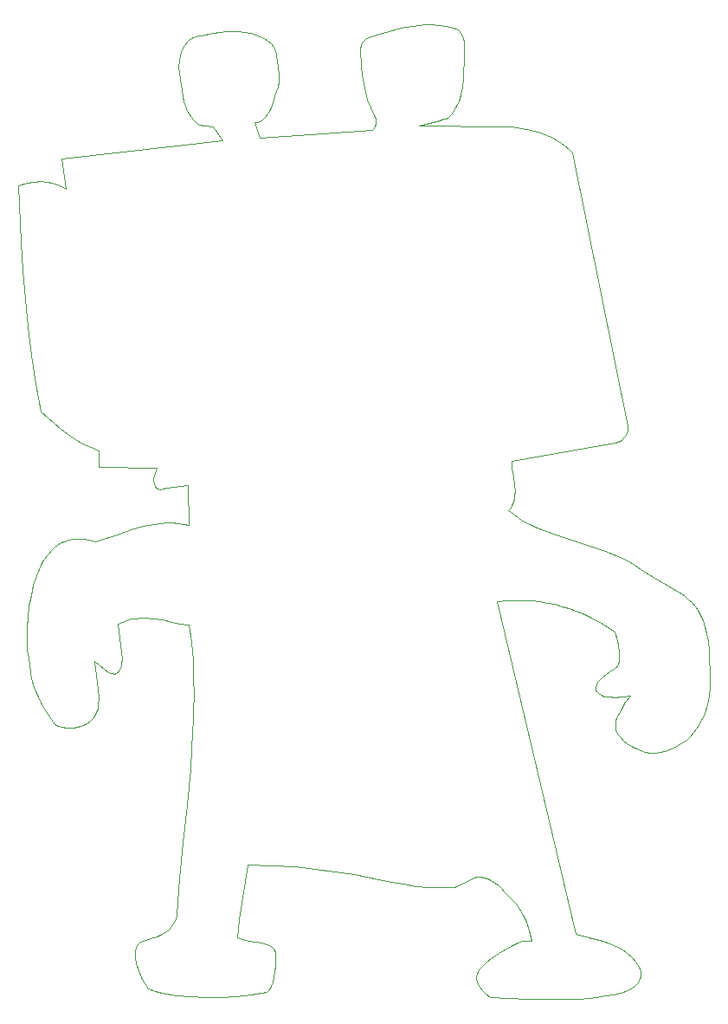
<source format=gbr>
%TF.GenerationSoftware,KiCad,Pcbnew,7.0.8*%
%TF.CreationDate,2024-08-03T05:57:31+02:00*%
%TF.ProjectId,RobiV4,526f6269-5634-42e6-9b69-6361645f7063,rev?*%
%TF.SameCoordinates,Original*%
%TF.FileFunction,Profile,NP*%
%FSLAX46Y46*%
G04 Gerber Fmt 4.6, Leading zero omitted, Abs format (unit mm)*
G04 Created by KiCad (PCBNEW 7.0.8) date 2024-08-03 05:57:31*
%MOMM*%
%LPD*%
G01*
G04 APERTURE LIST*
%TA.AperFunction,Profile*%
%ADD10C,0.100000*%
%TD*%
G04 APERTURE END LIST*
D10*
X130599900Y-132016500D02*
X136357800Y-132769600D01*
X111320210Y-114776300D02*
X111230510Y-114016700D01*
X161356200Y-112931100D02*
X160974100Y-113185300D01*
X146562800Y-57223010D02*
X146794800Y-56546480D01*
X117627100Y-95119500D02*
X117948300Y-95012000D01*
X161900200Y-118052800D02*
X161896200Y-118339900D01*
X164278100Y-142044600D02*
X164176800Y-141818500D01*
X115837200Y-143473200D02*
X116201900Y-143988300D01*
X103961180Y-73781900D02*
X104177750Y-76551200D01*
X138464500Y-59500300D02*
X138402200Y-59673400D01*
X105710190Y-115997000D02*
X106070810Y-116628100D01*
X164176800Y-141818500D02*
X163884300Y-141367000D01*
X121079000Y-50849650D02*
X120827200Y-50914350D01*
X155018900Y-144996400D02*
X156759500Y-144996400D01*
X108849210Y-100039200D02*
X108413930Y-100114600D01*
X121353900Y-50809050D02*
X121079000Y-50849650D01*
X119353300Y-52725640D02*
X119240400Y-53291980D01*
X169184700Y-119287000D02*
X169500500Y-118925500D01*
X104306660Y-65239700D02*
X103466499Y-65460000D01*
X116825200Y-98539100D02*
X115676900Y-98777800D01*
X146129700Y-134025100D02*
X148311000Y-133020900D01*
X137654100Y-57099350D02*
X137950200Y-57881400D01*
X147060200Y-53482420D02*
X147093400Y-51897270D01*
X111404280Y-92961100D02*
X117074700Y-93086900D01*
X164184600Y-143200500D02*
X164295600Y-142965800D01*
X115417900Y-107732200D02*
X115855200Y-107728300D01*
X111911610Y-112738800D02*
X112332670Y-113022000D01*
X149408500Y-133237300D02*
X149751600Y-133397800D01*
X144723100Y-49785400D02*
X143851800Y-49744060D01*
X139958000Y-133516700D02*
X141162900Y-133745700D01*
X119603700Y-129612900D02*
X119260300Y-133211300D01*
X104340270Y-108664700D02*
X104317070Y-109740500D01*
X109328550Y-100013200D02*
X108849210Y-100039200D01*
X156582400Y-61319400D02*
X156200300Y-61058300D01*
X103779899Y-71008800D02*
X103961180Y-73781900D01*
X157309500Y-61928200D02*
X156952700Y-61609300D01*
X153677500Y-139341100D02*
X153459200Y-139285000D01*
X149053700Y-133120300D02*
X149408500Y-133237300D01*
X146304000Y-50164340D02*
X145986300Y-50035650D01*
X162159100Y-110452900D02*
X162241000Y-111013400D01*
X139696600Y-50370260D02*
X138762800Y-50641850D01*
X117948300Y-95012000D02*
X120129200Y-94760800D01*
X170853300Y-116201900D02*
X171026700Y-115334000D01*
X128030300Y-144054800D02*
X128213500Y-143706100D01*
X128769000Y-52818600D02*
X128739800Y-52578810D01*
X150083000Y-133598800D02*
X150404600Y-133841400D01*
X146567100Y-50347820D02*
X146304000Y-50164340D01*
X118888500Y-137145300D02*
X118753400Y-137458400D01*
X120423500Y-110105900D02*
X120560500Y-111822500D01*
X104688750Y-112958100D02*
X104798500Y-113658700D01*
X110500260Y-117790900D02*
X110827560Y-117433300D01*
X168835700Y-119620500D02*
X169184700Y-119287000D01*
X162241000Y-111013400D02*
X162270300Y-111555600D01*
X168457600Y-119922000D02*
X168835700Y-119620500D01*
X161948800Y-117762900D02*
X161900200Y-118052800D01*
X107008370Y-88714100D02*
X107669180Y-89259300D01*
X117074700Y-93086900D02*
X116726100Y-94091000D01*
X148652400Y-143799800D02*
X148901900Y-144110900D01*
X151204000Y-106056000D02*
X152061700Y-106010700D01*
X115855200Y-107728300D02*
X116726600Y-107794800D01*
X149619200Y-144826200D02*
X153241100Y-144954700D01*
X118416000Y-137968700D02*
X118217500Y-138172700D01*
X108177810Y-65795400D02*
X107750720Y-65583600D01*
X156759500Y-144996400D02*
X158451600Y-144933600D01*
X166252900Y-120849100D02*
X166720700Y-120751400D01*
X128229200Y-51620060D02*
X127895600Y-51331080D01*
X164016900Y-143436300D02*
X164184600Y-143200500D01*
X137059700Y-53788020D02*
X137141400Y-54637550D01*
X147093400Y-51897270D02*
X147126600Y-51647950D01*
X117965600Y-98424100D02*
X117396400Y-98463700D01*
X118913600Y-144597300D02*
X120332900Y-144756900D01*
X119457000Y-56186970D02*
X119563800Y-56722280D01*
X127831600Y-139666700D02*
X127281600Y-139510200D01*
X162477100Y-90338800D02*
X162697100Y-90148800D01*
X118472400Y-108106000D02*
X119343700Y-108277200D01*
X148568300Y-142111200D02*
X148429900Y-142328700D01*
X149322700Y-141321500D02*
X148954400Y-141662600D01*
X120129200Y-94760800D02*
X120216800Y-98695600D01*
X152890100Y-106010700D02*
X153695300Y-106052200D01*
X116726100Y-94091000D02*
X116743700Y-94385800D01*
X117016700Y-138842500D02*
X116480800Y-139018300D01*
X170814300Y-109259200D02*
X170644600Y-108580600D01*
X128683400Y-52356620D02*
X128498100Y-51959350D01*
X162699200Y-119704600D02*
X163058000Y-119961700D01*
X155968100Y-106406900D02*
X156683600Y-106595300D01*
X107336150Y-100580500D02*
X107046090Y-100795000D01*
X148954400Y-141662600D02*
X148568300Y-142111200D01*
X106786050Y-101030800D02*
X106341790Y-101539200D01*
X120595100Y-117739700D02*
X120548700Y-118839700D01*
X138482100Y-59328300D02*
X138464500Y-59500300D01*
X160974100Y-113185300D02*
X160646600Y-113448300D01*
X152328600Y-139503400D02*
X151866600Y-139737500D01*
X126587200Y-59265400D02*
X126716100Y-59299300D01*
X117152500Y-95111700D02*
X117363100Y-95150300D01*
X162157300Y-112251600D02*
X162065700Y-112433500D01*
X146406900Y-57540040D02*
X146562800Y-57223010D01*
X165736300Y-103832100D02*
X164642700Y-103114800D01*
X150404600Y-133841400D02*
X150714600Y-134123600D01*
X128563000Y-142304600D02*
X128623500Y-141762300D01*
X161864900Y-90635600D02*
X162201500Y-90502700D01*
X116790100Y-94641000D02*
X116870500Y-94850800D01*
X123186300Y-50491090D02*
X122573700Y-50575070D01*
X127111900Y-59214200D02*
X127375000Y-59032600D01*
X157997300Y-138630800D02*
X150319000Y-106147800D01*
X148901900Y-144110900D02*
X149223500Y-144451200D01*
X150944600Y-140255400D02*
X150494300Y-140467100D01*
X170443900Y-107980400D02*
X170210000Y-107451600D01*
X104784190Y-82071900D02*
X105207200Y-84821900D01*
X111404280Y-91412700D02*
X111404280Y-92961100D01*
X120303900Y-122413000D02*
X119970600Y-126008600D01*
X153443600Y-138300100D02*
X153677500Y-139341100D01*
X162192500Y-119173900D02*
X162410800Y-119441800D01*
X157650600Y-62279100D02*
X157309500Y-61928200D01*
X169038500Y-105905200D02*
X168699300Y-105623000D01*
X152054100Y-95390100D02*
X152024800Y-94654700D01*
X153241100Y-144954700D02*
X155018900Y-144996400D01*
X148311000Y-133020900D02*
X148689200Y-133047800D01*
X120199400Y-51248770D02*
X120028300Y-51404390D01*
X107750720Y-65583600D02*
X107302570Y-65394200D01*
X105047020Y-65120700D02*
X104306660Y-65239700D01*
X128446100Y-140032200D02*
X128275900Y-139888200D01*
X151722000Y-92389200D02*
X161864900Y-90635600D01*
X104446570Y-79315400D02*
X104784190Y-82071900D01*
X162048100Y-109910700D02*
X162159100Y-110452900D01*
X151648500Y-96945300D02*
X151798600Y-96674700D01*
X142377300Y-133931200D02*
X143607300Y-134053100D01*
X161301700Y-115456700D02*
X161863000Y-115478900D01*
X148689200Y-133047800D02*
X149053700Y-133120300D01*
X122573700Y-50575070D02*
X121353900Y-50809050D01*
X119343700Y-108277200D02*
X120217000Y-108407700D01*
X107041970Y-118118500D02*
X107417800Y-118264400D01*
X106821090Y-65240600D02*
X106293210Y-65134200D01*
X107046090Y-100795000D02*
X106786050Y-101030800D01*
X156200300Y-61058300D02*
X155802700Y-60824500D01*
X126847000Y-59300200D02*
X127111900Y-59214200D01*
X105018190Y-114460900D02*
X105191480Y-114921100D01*
X164833800Y-120829800D02*
X165305500Y-120890600D01*
X110967740Y-111924100D02*
X111453130Y-112360800D01*
X147113000Y-51378210D02*
X147052600Y-51100840D01*
X125057400Y-137165300D02*
X125974100Y-131848400D01*
X163788900Y-143674100D02*
X164016900Y-143436300D01*
X115096900Y-139717200D02*
X114999200Y-139944300D01*
X138762800Y-50641850D02*
X137755500Y-50977210D01*
X161785000Y-112692300D02*
X161356200Y-112931100D01*
X111055260Y-100286600D02*
X110429720Y-100130100D01*
X145291900Y-58925000D02*
X145477100Y-58852700D01*
X127281600Y-139510200D02*
X126047600Y-139277400D01*
X145986300Y-50035650D02*
X145777700Y-49975800D01*
X124927400Y-138965200D02*
X125057400Y-137165300D01*
X138285400Y-59846300D02*
X138106200Y-60018300D01*
X118217500Y-138172700D02*
X118002900Y-138347600D01*
X163143600Y-144156400D02*
X163500300Y-143913800D01*
X117599800Y-107933100D02*
X118472400Y-108106000D01*
X161295700Y-139526700D02*
X160654300Y-139309200D01*
X119096700Y-98464600D02*
X118532600Y-98422100D01*
X114110600Y-107955500D02*
X114544600Y-107841400D01*
X145106800Y-58974400D02*
X145291900Y-58925000D01*
X125451100Y-139144900D02*
X124927400Y-138965200D01*
X151911700Y-96382900D02*
X151989700Y-96069600D01*
X137014300Y-51783340D02*
X136970000Y-52065580D01*
X137376900Y-51217920D02*
X137243000Y-51352220D01*
X109829300Y-118231800D02*
X110166730Y-118047200D01*
X154475000Y-106133400D02*
X155233200Y-106252200D01*
X160486800Y-115273000D02*
X160843600Y-115386200D01*
X143851800Y-49744060D02*
X143850100Y-49744060D01*
X152034600Y-95738200D02*
X152054100Y-95390100D01*
X138402200Y-59673400D02*
X138285400Y-59846300D01*
X104317070Y-109740500D02*
X104338270Y-110835600D01*
X155802700Y-60824500D02*
X155393300Y-60617600D01*
X105705870Y-65089900D02*
X105047020Y-65120700D01*
X145777700Y-49975800D02*
X145360500Y-49878170D01*
X110166730Y-118047200D02*
X110500260Y-117790900D01*
X114525400Y-99105500D02*
X113369100Y-99488300D01*
X152788600Y-139335400D02*
X152328600Y-139503400D01*
X110827560Y-117433300D02*
X111142760Y-116947200D01*
X149751600Y-133397800D02*
X150083000Y-133598800D01*
X153459200Y-139285000D02*
X153239000Y-139268500D01*
X146794800Y-56546480D02*
X146939100Y-55821530D01*
X145477100Y-58852700D02*
X145664200Y-58731000D01*
X120216800Y-98695600D02*
X119657800Y-98554500D01*
X144921500Y-59023600D02*
X145106800Y-58974400D01*
X128926200Y-53821880D02*
X128769000Y-52818600D01*
X124769400Y-144717900D02*
X126283400Y-144553700D01*
X126238500Y-50557870D02*
X125628200Y-50466970D01*
X137141200Y-51493440D02*
X137014300Y-51783340D01*
X151798600Y-96674700D02*
X151911700Y-96382900D01*
X161913600Y-139785700D02*
X161295700Y-139526700D01*
X169950700Y-106987800D02*
X169666100Y-106579800D01*
X114923500Y-140806400D02*
X115026300Y-141477200D01*
X170241200Y-117819900D02*
X170430300Y-117434200D01*
X164367800Y-120708900D02*
X164833800Y-120829800D01*
X151453700Y-97190000D02*
X151648500Y-96945300D01*
X156317200Y-99713500D02*
X154876700Y-99183800D01*
X115418100Y-139383700D02*
X115234800Y-139528700D01*
X105983310Y-102060300D02*
X105689160Y-102547400D01*
X118532600Y-98422100D02*
X117965600Y-98424100D01*
X121786500Y-144825300D02*
X123268500Y-144810700D01*
X160223700Y-115121400D02*
X160486800Y-115273000D01*
X121308600Y-59559100D02*
X121579600Y-59616100D01*
X143607300Y-134053100D02*
X144856900Y-134090800D01*
X145490400Y-134072400D02*
X146129700Y-134025100D01*
X113431700Y-112747600D02*
X113531500Y-112487600D01*
X115943000Y-139188500D02*
X115418100Y-139383700D01*
X146219800Y-57841500D02*
X146406900Y-57540040D01*
X120439900Y-120621900D02*
X120303900Y-122413000D01*
X126716100Y-59299300D02*
X126847000Y-59300200D01*
X119519500Y-52218190D02*
X119353300Y-52725640D01*
X118753400Y-137458400D02*
X118595300Y-137731900D01*
X151866600Y-139737500D02*
X150944600Y-140255400D01*
X163319200Y-115357000D02*
X162880600Y-115967000D01*
X108353200Y-89776300D02*
X109062370Y-90256800D01*
X153555000Y-98601900D02*
X152954600Y-98283900D01*
X148471100Y-143514800D02*
X148652400Y-143799800D01*
X105207200Y-84821900D02*
X105730980Y-87561000D01*
X163057800Y-140472900D02*
X162504200Y-140097900D01*
X111230510Y-114016700D02*
X110967740Y-111924100D01*
X113318800Y-112942900D02*
X113431700Y-112747600D01*
X114938700Y-140205300D02*
X114915500Y-140495200D01*
X153168800Y-137449600D02*
X153443600Y-138300100D01*
X155393300Y-60617600D02*
X154541400Y-60274400D01*
X162334700Y-101794500D02*
X160884500Y-101233000D01*
X163915600Y-120526200D02*
X164367800Y-120708900D01*
X171141800Y-112685600D02*
X171085300Y-111840900D01*
X114915500Y-140495200D02*
X114923500Y-140806400D01*
X112332670Y-113022000D02*
X112527010Y-113116800D01*
X128981600Y-54628950D02*
X128926200Y-53821880D01*
X163884300Y-141367000D02*
X163500300Y-140918400D01*
X104527550Y-111609700D02*
X104620350Y-112296000D01*
X126047600Y-139277400D02*
X125451100Y-139144900D01*
X106341790Y-101539200D02*
X105983310Y-102060300D01*
X137243000Y-51352220D02*
X137141200Y-51493440D01*
X163477100Y-120277800D02*
X163915600Y-120526200D01*
X120636100Y-113556600D02*
X120653700Y-115305000D01*
X163120000Y-89231100D02*
X163136600Y-88987900D01*
X138759400Y-133264500D02*
X139958000Y-133516700D01*
X159367800Y-107636500D02*
X160623100Y-108300400D01*
X151016700Y-134443700D02*
X151784700Y-135274000D01*
X166898000Y-104473800D02*
X166303600Y-104167400D01*
X116201900Y-143988300D02*
X116860800Y-144178700D01*
X125974100Y-131848400D02*
X130599900Y-132016500D01*
X151989700Y-96069600D02*
X152034600Y-95738200D01*
X150755800Y-59683900D02*
X142730500Y-59599700D01*
X119694800Y-57235510D02*
X119852900Y-57721810D01*
X113369100Y-99488300D02*
X111055260Y-100286600D01*
X142730500Y-59599700D02*
X144736300Y-59097100D01*
X114981900Y-107768800D02*
X115417900Y-107732200D01*
X128069300Y-139767400D02*
X127831600Y-139666700D01*
X148289600Y-142771400D02*
X148293600Y-143004300D01*
X152519600Y-136185400D02*
X152858800Y-136755600D01*
X159956600Y-114494000D02*
X159962600Y-114726900D01*
X117529700Y-138628900D02*
X117016700Y-138842500D01*
X159328700Y-138953600D02*
X157997300Y-138630800D01*
X111357410Y-115522500D02*
X111320210Y-114776300D01*
X127806500Y-144322700D02*
X128030300Y-144054800D01*
X113673300Y-108114800D02*
X114110600Y-107955500D01*
X169666100Y-106579800D02*
X169360100Y-106222200D01*
X166720700Y-120751400D02*
X167180800Y-120606400D01*
X120028300Y-51404390D02*
X119741200Y-51774540D01*
X156952700Y-61609300D02*
X156582400Y-61319400D01*
X137260300Y-55474550D02*
X137428500Y-56296210D01*
X116480800Y-139018300D02*
X115943000Y-139188500D01*
X115676900Y-98777800D02*
X114525400Y-99105500D01*
X119657800Y-98554500D02*
X119096700Y-98464600D01*
X119240400Y-53291980D02*
X119172000Y-53906780D01*
X121060700Y-59436400D02*
X121308600Y-59559100D01*
X152061700Y-106010700D02*
X152890100Y-106010700D01*
X109854470Y-100041000D02*
X109328550Y-100013200D01*
X103464499Y-65460000D02*
X103779899Y-71008800D01*
X136357800Y-132769600D02*
X138759400Y-133264500D01*
X158057800Y-107062200D02*
X158720600Y-107336800D01*
X162219600Y-112042000D02*
X162157300Y-112251600D01*
X113531500Y-112487600D02*
X113611000Y-112158000D01*
X163500300Y-143913800D02*
X163788900Y-143674100D01*
X128654700Y-140404300D02*
X128574000Y-140203200D01*
X163136600Y-88987900D02*
X157650600Y-62279100D01*
X120388900Y-51115420D02*
X120199400Y-51248770D01*
X117533600Y-144344000D02*
X118913600Y-144597300D01*
X116870500Y-94850800D02*
X116991400Y-95010200D01*
X104798500Y-113658700D02*
X105018190Y-114460900D01*
X162155500Y-117173200D02*
X162034700Y-117470000D01*
X111142760Y-116947200D02*
X111244510Y-116602100D01*
X147126600Y-51647950D02*
X147113000Y-51378210D01*
X148336300Y-142547100D02*
X148289600Y-142771400D01*
X144856900Y-134090800D02*
X145490400Y-134072400D01*
X164346300Y-142273700D02*
X164278100Y-142044600D01*
X146779700Y-50573020D02*
X146567100Y-50347820D01*
X163535500Y-102407200D02*
X162950700Y-102084400D01*
X104177750Y-76551200D02*
X104446570Y-79315400D01*
X108548990Y-118463600D02*
X108907470Y-118456000D01*
X145849400Y-58538500D02*
X146034600Y-58249500D01*
X113237100Y-108323700D02*
X113673300Y-108114800D01*
X127860500Y-58485500D02*
X128060900Y-58171300D01*
X104975910Y-104530700D02*
X104726000Y-105541700D01*
X120548700Y-118839700D02*
X120439900Y-120621900D01*
X107659540Y-100391000D02*
X107336150Y-100580500D01*
X170430300Y-117434200D02*
X170595900Y-117035100D01*
X162065700Y-112433500D02*
X161943000Y-112582100D01*
X107302570Y-65394200D02*
X106821090Y-65240600D01*
X108413930Y-100114600D02*
X108018010Y-100234400D01*
X162504200Y-140097900D02*
X161913600Y-139785700D01*
X128361600Y-143289500D02*
X128476500Y-142817800D01*
X162989900Y-89711000D02*
X163072800Y-89473900D01*
X158720600Y-107336800D02*
X159367800Y-107636500D01*
X128954400Y-55278350D02*
X128981600Y-54628950D01*
X157379400Y-106813900D02*
X158057800Y-107062200D01*
X150494300Y-140467100D02*
X149698900Y-141014100D01*
X147052600Y-51100840D02*
X146941500Y-50828330D01*
X121579600Y-59616100D02*
X121875700Y-59599700D01*
X128595800Y-56690490D02*
X128739900Y-56268150D01*
X153239000Y-139268500D02*
X153014700Y-139286900D01*
X113611000Y-112158000D02*
X113673300Y-111756900D01*
X128865800Y-55811030D02*
X128954400Y-55278350D01*
X159962600Y-114726900D02*
X160050200Y-114937700D01*
X154876700Y-99183800D02*
X154198300Y-98900700D01*
X105689160Y-102547400D02*
X105295210Y-103533200D01*
X168350400Y-105368800D02*
X167629100Y-104910700D01*
X116726600Y-107794800D02*
X117599800Y-107933100D01*
X120560500Y-111822500D02*
X120636100Y-113556600D01*
X151796700Y-93083900D02*
X151722000Y-92389200D01*
X138106200Y-60018300D02*
X127112200Y-60855400D01*
X111311010Y-116249300D02*
X111357410Y-115522500D01*
X162697100Y-90148800D02*
X162866300Y-89937700D01*
X114544600Y-107841400D02*
X114981900Y-107768800D01*
X171157400Y-113560400D02*
X171141800Y-112685600D01*
X137141400Y-54637550D02*
X137260300Y-55474550D01*
X171038400Y-110881900D02*
X170944900Y-110023600D01*
X119563800Y-56722280D02*
X119694800Y-57235510D01*
X160884500Y-101233000D02*
X159366000Y-100714900D01*
X115026300Y-141477200D02*
X115226900Y-142174200D01*
X109803700Y-90693500D02*
X110583420Y-91081200D01*
X161835500Y-109035800D02*
X162048100Y-109910700D01*
X105295210Y-103533200D02*
X104975910Y-104530700D01*
X150714600Y-134123600D02*
X151016700Y-134443700D01*
X123268500Y-144810700D02*
X124769400Y-144717900D01*
X123795800Y-50434040D02*
X123186300Y-50491090D01*
X120831000Y-59259500D02*
X121060700Y-59436400D01*
X111244510Y-116602100D02*
X111311010Y-116249300D01*
X128679900Y-140639200D02*
X128654700Y-140404300D01*
X169777300Y-118537900D02*
X170022900Y-118188200D01*
X161656300Y-144534500D02*
X162410700Y-144362400D01*
X160089000Y-144786600D02*
X160880500Y-144674600D01*
X137428500Y-56296210D02*
X137654100Y-57099350D01*
X120618600Y-59035400D02*
X120831000Y-59259500D01*
X120043400Y-58177100D02*
X120418000Y-58774200D01*
X127097800Y-50882570D02*
X126238500Y-50557870D01*
X121875700Y-59599700D02*
X122514000Y-59733500D01*
X148352100Y-143250800D02*
X148471100Y-143514800D01*
X151784700Y-135274000D02*
X152159000Y-135703000D01*
X112883740Y-113190300D02*
X113041800Y-113160100D01*
X146939100Y-55821530D02*
X147017100Y-55062710D01*
X161941000Y-118622200D02*
X162036600Y-118900400D01*
X112712390Y-113174800D02*
X112883740Y-113190300D01*
X169500500Y-118925500D02*
X169777300Y-118537900D01*
X148429900Y-142328700D02*
X148336300Y-142547100D01*
X161896200Y-118339900D02*
X161941000Y-118622200D01*
X137755500Y-50977210D02*
X137547000Y-51091300D01*
X171124200Y-114448600D02*
X171157400Y-113560400D01*
X152954600Y-98283900D02*
X152399100Y-97944700D01*
X120418000Y-58774200D02*
X120618600Y-59035400D01*
X119852900Y-57721810D02*
X120043400Y-58177100D01*
X162034700Y-117470000D02*
X161948800Y-117762900D01*
X146941500Y-50828330D02*
X146779700Y-50573020D01*
X104538680Y-106567200D02*
X104411770Y-107607300D01*
X104411770Y-107607300D02*
X104340270Y-108664700D01*
X153695300Y-106052200D02*
X154475000Y-106133400D01*
X145360500Y-49878170D02*
X144723100Y-49785400D01*
X114999200Y-139944300D02*
X114938700Y-140205300D01*
X120332900Y-144756900D02*
X121786500Y-144825300D01*
X145664200Y-58731000D02*
X145849400Y-58538500D01*
X146034600Y-58249500D02*
X146219800Y-57841500D01*
X167625200Y-120417900D02*
X168052100Y-120188900D01*
X142731200Y-49798110D02*
X142074300Y-49874420D01*
X128739900Y-56268150D02*
X128865800Y-55811030D01*
X154198300Y-98900700D02*
X153555000Y-98601900D01*
X113673300Y-111756900D02*
X113237100Y-108323700D01*
X162201500Y-90502700D02*
X162477100Y-90338800D01*
X152858800Y-136755600D02*
X153168800Y-137449600D01*
X160050200Y-114937700D02*
X160223700Y-115121400D01*
X162270300Y-111555600D02*
X162219600Y-112042000D01*
X160026800Y-114243500D02*
X159956600Y-114494000D01*
X137950200Y-57881400D02*
X138322900Y-58637200D01*
X167629100Y-104910700D02*
X166898000Y-104473800D01*
X118995400Y-136788600D02*
X118888500Y-137145300D01*
X147050200Y-54278830D02*
X147060200Y-53482420D01*
X162410800Y-119441800D02*
X162699200Y-119704600D01*
X162410700Y-144362400D02*
X163143600Y-144156400D01*
X128574000Y-140203200D02*
X128446100Y-140032200D01*
X160646600Y-113448300D02*
X160377600Y-113716000D01*
X170595900Y-117035100D02*
X170853300Y-116201900D01*
X104620350Y-112296000D02*
X104688750Y-112958100D01*
X107669180Y-89259300D02*
X108353200Y-89776300D01*
X108907470Y-118456000D02*
X109242940Y-118413300D01*
X155233200Y-106252200D02*
X155968100Y-106406900D01*
X164373600Y-142502700D02*
X164346300Y-142273700D01*
X128275900Y-139888200D02*
X128069300Y-139767400D01*
X105191480Y-114921100D02*
X105420140Y-115430600D01*
X120217000Y-108407700D02*
X120423500Y-110105900D01*
X119260300Y-133211300D02*
X118995400Y-136788600D01*
X136970000Y-52065580D02*
X137059700Y-53788020D01*
X113041800Y-113160100D02*
X113187800Y-113079000D01*
X171026700Y-115334000D02*
X171124200Y-114448600D01*
X162866300Y-89937700D02*
X162989900Y-89711000D01*
X125628200Y-50466970D02*
X125018700Y-50418520D01*
X168052100Y-120188900D02*
X168457600Y-119922000D01*
X120827200Y-50914350D02*
X120597300Y-51003390D01*
X123474600Y-61039400D02*
X107741750Y-62864900D01*
X118595300Y-137731900D02*
X118416000Y-137968700D01*
X161863000Y-115478900D02*
X162533600Y-115447000D01*
X153644700Y-60020200D02*
X152713000Y-59844300D01*
X128450800Y-57117690D02*
X128595800Y-56690490D01*
X169360100Y-106222200D02*
X169038500Y-105905200D01*
X141351700Y-49992260D02*
X140559900Y-50154800D01*
X160843600Y-115386200D02*
X161301700Y-115456700D01*
X151929300Y-93879400D02*
X151796700Y-93083900D01*
X128498100Y-51959350D02*
X128229200Y-51620060D01*
X137547000Y-51091300D02*
X137376900Y-51217920D01*
X110429720Y-100130100D02*
X109854470Y-100041000D01*
X105420140Y-115430600D02*
X105710190Y-115997000D01*
X170210000Y-107451600D02*
X169950700Y-106987800D01*
X128221100Y-57864900D02*
X128331900Y-57590330D01*
X110583420Y-91081200D02*
X111404280Y-91412700D01*
X154541400Y-60274400D02*
X153644700Y-60020200D01*
X113187800Y-113079000D02*
X113318800Y-112942900D01*
X166303600Y-104167400D02*
X165736300Y-103832100D01*
X149698900Y-141014100D02*
X149322700Y-141321500D01*
X163500300Y-140918400D02*
X163057800Y-140472900D01*
X103466499Y-65460000D02*
X103464499Y-65460000D01*
X106070810Y-116628100D02*
X106513120Y-117332700D01*
X119294800Y-55065670D02*
X119457000Y-56186970D01*
X120597300Y-51003390D02*
X120388900Y-51115420D01*
X162880600Y-115967000D02*
X162479100Y-116573900D01*
X104726000Y-105541700D02*
X104538680Y-106567200D01*
X162950700Y-102084400D02*
X162334700Y-101794500D01*
X164358000Y-142733700D02*
X164373600Y-142502700D01*
X140559900Y-50154800D02*
X139696600Y-50370260D01*
X106293210Y-65134200D02*
X105705870Y-65089900D01*
X164295600Y-142965800D02*
X164358000Y-142733700D01*
X116743700Y-94385800D02*
X116790100Y-94641000D01*
X119741200Y-51774540D02*
X119519500Y-52218190D01*
X153014700Y-139286900D02*
X152788600Y-139335400D01*
X115226900Y-142174200D02*
X115505800Y-142853700D01*
X104338270Y-110835600D02*
X104527550Y-111609700D01*
X143850100Y-49744060D02*
X143322000Y-49756600D01*
X107798500Y-118369700D02*
X108178230Y-118435600D01*
X109062370Y-90256800D02*
X109803700Y-90693500D01*
X163058000Y-119961700D02*
X163477100Y-120277800D01*
X109552310Y-118337900D02*
X109829300Y-118231800D01*
X125018700Y-50418520D02*
X124406200Y-50408790D01*
X165305500Y-120890600D02*
X165779200Y-120896400D01*
X126283400Y-144553700D02*
X127806500Y-144322700D01*
X120638500Y-117348600D02*
X120595100Y-117739700D01*
X120653700Y-115305000D02*
X120628500Y-116719000D01*
X152399100Y-97944700D02*
X151898100Y-97581300D01*
X162479100Y-116573900D02*
X162155500Y-117173200D01*
X158451600Y-144933600D02*
X160089000Y-144786600D01*
X151898100Y-97581300D02*
X151453700Y-97190000D01*
X107417800Y-118264400D02*
X107798500Y-118369700D01*
X117396400Y-98463700D02*
X116825200Y-98539100D01*
X109242940Y-118413300D02*
X109552310Y-118337900D01*
X116860800Y-144178700D02*
X117533600Y-144344000D01*
X162036600Y-118900400D02*
X162192500Y-119173900D01*
X124406200Y-50408790D02*
X123795800Y-50434040D01*
X127112200Y-60855400D02*
X126587200Y-59265400D01*
X119172000Y-53906780D02*
X119294800Y-55065670D01*
X168699300Y-105623000D02*
X168350400Y-105368800D01*
X117363100Y-95150300D02*
X117627100Y-95119500D01*
X127895600Y-51331080D02*
X127514000Y-51087560D01*
X161943000Y-112582100D02*
X161785000Y-112692300D01*
X170022900Y-118188200D02*
X170241200Y-117819900D01*
X147017100Y-55062710D02*
X147050200Y-54278830D01*
X170644600Y-108580600D02*
X170443900Y-107980400D01*
X160623100Y-108300400D02*
X161835500Y-109035800D01*
X160169000Y-113982700D02*
X160026800Y-114243500D01*
X156683600Y-106595300D02*
X157379400Y-106813900D01*
X148293600Y-143004300D02*
X148352100Y-143250800D01*
X127375000Y-59032600D02*
X127628700Y-58781200D01*
X127628700Y-58781200D02*
X127860500Y-58485500D01*
X127514000Y-51087560D02*
X127097800Y-50882570D01*
X128623500Y-141762300D02*
X128679900Y-140639200D01*
X138322900Y-58637200D02*
X138427700Y-58982300D01*
X150319000Y-106147800D02*
X151204000Y-106056000D01*
X112527010Y-113116800D02*
X112712390Y-113174800D01*
X164642700Y-103114800D02*
X163535500Y-102407200D01*
X128476500Y-142817800D02*
X128563000Y-142304600D01*
X128060900Y-58171300D02*
X128221100Y-57864900D01*
X152713000Y-59844300D02*
X151748100Y-59736000D01*
X143322000Y-49756600D02*
X142731200Y-49798110D01*
X162533600Y-115447000D02*
X163319200Y-115357000D01*
X167180800Y-120606400D02*
X167625200Y-120417900D01*
X128213500Y-143706100D02*
X128361600Y-143289500D01*
X128739800Y-52578810D02*
X128683400Y-52356620D01*
X160377600Y-113716000D02*
X160169000Y-113982700D01*
X119970600Y-126008600D02*
X119603700Y-129612900D01*
X152024800Y-94654700D02*
X151929300Y-93879400D01*
X128331900Y-57590330D02*
X128450800Y-57117690D01*
X115505800Y-142853700D02*
X115837200Y-143473200D01*
X107741750Y-62864900D02*
X108177810Y-65795400D01*
X115234800Y-139528700D02*
X115096900Y-139717200D01*
X111453130Y-112360800D02*
X111911610Y-112738800D01*
X118002900Y-138347600D02*
X117529700Y-138628900D01*
X108018010Y-100234400D02*
X107659540Y-100391000D01*
X120628500Y-116719000D02*
X120638500Y-117348600D01*
X165779200Y-120896400D02*
X166252900Y-120849100D01*
X106513120Y-117332700D02*
X107041970Y-118118500D01*
X160880500Y-144674600D02*
X161656300Y-144534500D01*
X122514000Y-59733500D02*
X123474600Y-61039400D01*
X144736300Y-59097100D02*
X144921500Y-59023600D01*
X160654300Y-139309200D02*
X159328700Y-138953600D01*
X138427700Y-58982300D02*
X138482100Y-59328300D01*
X141162900Y-133745700D02*
X142377300Y-133931200D01*
X105730980Y-87561000D02*
X107008370Y-88714100D01*
X170944900Y-110023600D02*
X170814300Y-109259200D01*
X116991400Y-95010200D02*
X117152500Y-95111700D01*
X151748100Y-59736000D02*
X150755800Y-59683900D01*
X152159000Y-135703000D02*
X152519600Y-136185400D01*
X149223500Y-144451200D02*
X149619200Y-144826200D01*
X163072800Y-89473900D02*
X163120000Y-89231100D01*
X171085300Y-111840900D02*
X171038400Y-110881900D01*
X108178230Y-118435600D02*
X108548990Y-118463600D01*
X159366000Y-100714900D02*
X156317200Y-99713500D01*
X142074300Y-49874420D02*
X141351700Y-49992260D01*
M02*

</source>
